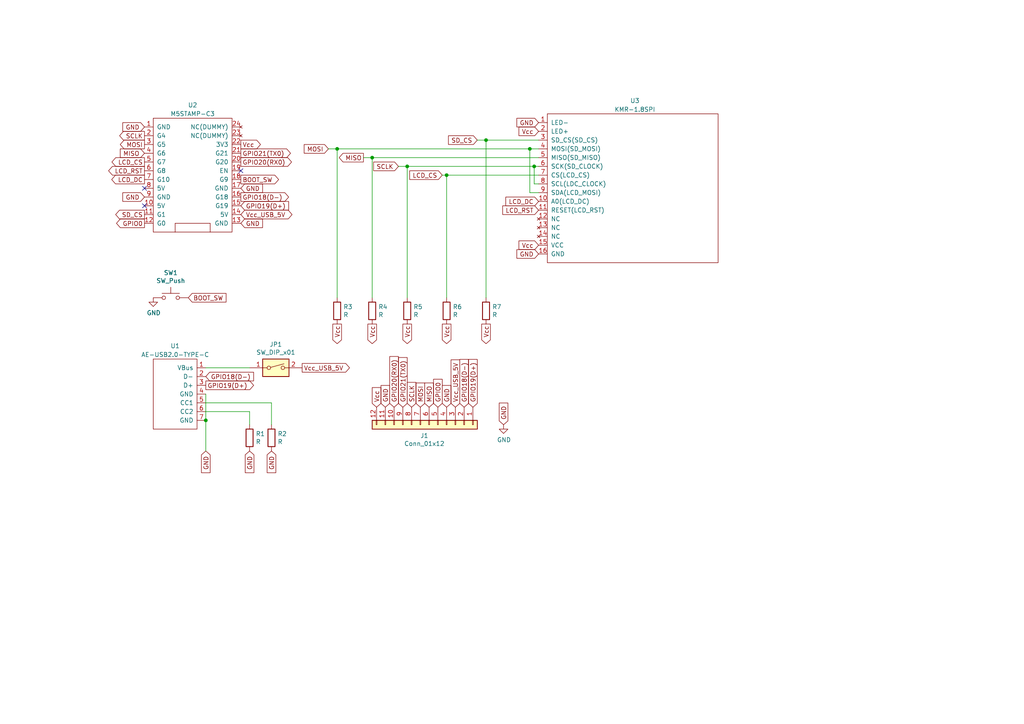
<source format=kicad_sch>
(kicad_sch (version 20211123) (generator eeschema)
  (paper "A4")
  (lib_symbols
    (symbol "Connector_Generic:Conn_01x12" (pin_names (offset 1.016) hide)
      (property "Reference" "J" (at 0 15.24 0))
      (property "Value" "Conn_01x12" (at 0 -17.78 0))
      (symbol "Conn_01x12_1_1"
        (rectangle (start -1.27 -15.113) (end 0 -15.367) (stroke (width 0.1524)))
        (rectangle (start -1.27 -12.573) (end 0 -12.827) (stroke (width 0.1524)))
        (rectangle (start -1.27 -10.033) (end 0 -10.287) (stroke (width 0.1524)))
        (rectangle (start -1.27 -7.493) (end 0 -7.747) (stroke (width 0.1524)))
        (rectangle (start -1.27 -4.953) (end 0 -5.207) (stroke (width 0.1524)))
        (rectangle (start -1.27 -2.413) (end 0 -2.667) (stroke (width 0.1524)))
        (rectangle (start -1.27 0.127) (end 0 -0.127) (stroke (width 0.1524)))
        (rectangle (start -1.27 2.667) (end 0 2.413) (stroke (width 0.1524)))
        (rectangle (start -1.27 5.207) (end 0 4.953) (stroke (width 0.1524)))
        (rectangle (start -1.27 7.747) (end 0 7.493) (stroke (width 0.1524)))
        (rectangle (start -1.27 10.287) (end 0 10.033) (stroke (width 0.1524)))
        (rectangle (start -1.27 12.827) (end 0 12.573) (stroke (width 0.1524)))
        (rectangle (start -1.27 13.97) (end 1.27 -16.51) (stroke (width 0.254)) (fill (type background)))
        (pin passive line (at -5.08 12.7 0) (length 3.81) (name "Pin_1") (number "1"))
        (pin passive line (at -5.08 -10.16 0) (length 3.81) (name "Pin_10") (number "10"))
        (pin passive line (at -5.08 -12.7 0) (length 3.81) (name "Pin_11") (number "11"))
        (pin passive line (at -5.08 -15.24 0) (length 3.81) (name "Pin_12") (number "12"))
        (pin passive line (at -5.08 10.16 0) (length 3.81) (name "Pin_2") (number "2"))
        (pin passive line (at -5.08 7.62 0) (length 3.81) (name "Pin_3") (number "3"))
        (pin passive line (at -5.08 5.08 0) (length 3.81) (name "Pin_4") (number "4"))
        (pin passive line (at -5.08 2.54 0) (length 3.81) (name "Pin_5") (number "5"))
        (pin passive line (at -5.08 0 0) (length 3.81) (name "Pin_6") (number "6"))
        (pin passive line (at -5.08 -2.54 0) (length 3.81) (name "Pin_7") (number "7"))
        (pin passive line (at -5.08 -5.08 0) (length 3.81) (name "Pin_8") (number "8"))
        (pin passive line (at -5.08 -7.62 0) (length 3.81) (name "Pin_9") (number "9"))
      )
    )
    (symbol "Device:R" (pin_numbers hide) (pin_names (offset 0))
      (property "Reference" "R" (at 2.032 0 90))
      (property "Value" "R" (at 0 0 90))
      (symbol "R_0_1"
        (rectangle (start -1.016 -2.54) (end 1.016 2.54) (stroke (width 0.254)))
      )
      (symbol "R_1_1"
        (pin passive line (at 0 3.81 270) (length 1.27) (name "~") (number "1"))
        (pin passive line (at 0 -3.81 90) (length 1.27) (name "~") (number "2"))
      )
    )
    (symbol "Switch:SW_DIP_x01" (pin_names (offset 0) hide)
      (property "Reference" "SW" (at 0 3.81 0))
      (property "Value" "SW_DIP_x01" (at 0 -3.81 0))
      (symbol "SW_DIP_x01_0_0"
        (circle (center -2.032 0) (radius 0.508))
        (polyline (pts (xy -1.524 0.127) (xy 2.3622 1.1684)))
        (circle (center 2.032 0) (radius 0.508))
      )
      (symbol "SW_DIP_x01_0_1"
        (rectangle (start -3.81 2.54) (end 3.81 -2.54) (stroke (width 0.254)) (fill (type background)))
      )
      (symbol "SW_DIP_x01_1_1"
        (pin passive line (at -7.62 0 0) (length 5.08) (name "~") (number "1"))
        (pin passive line (at 7.62 0 180) (length 5.08) (name "~") (number "2"))
      )
    )
    (symbol "Switch:SW_Push" (pin_numbers hide) (pin_names (offset 1.016) hide)
      (property "Reference" "SW" (at 1.27 2.54 0))
      (property "Value" "SW_Push" (at 0 -1.524 0))
      (symbol "SW_Push_0_1"
        (circle (center -2.032 0) (radius 0.508))
        (polyline (pts (xy 0 1.27) (xy 0 3.048)))
        (polyline (pts (xy 2.54 1.27) (xy -2.54 1.27)))
        (circle (center 2.032 0) (radius 0.508))
        (pin passive line (at -5.08 0 0) (length 2.54) (name "1") (number "1"))
        (pin passive line (at 5.08 0 180) (length 2.54) (name "2") (number "2"))
      )
    )
    (symbol "fg-series:AE-USB2.0-TYPE-C" (pin_names (offset 1.016))
      (property "Reference" "U" (at 0 13.97 0))
      (property "Value" "AE-USB2.0-TYPE-C" (at 0 11.43 0))
      (symbol "AE-USB2.0-TYPE-C_0_1"
        (rectangle (start -6.35 10.16) (end 6.35 -10.16))
      )
      (symbol "AE-USB2.0-TYPE-C_1_1"
        (pin power_out line (at 8.89 7.62 180) (length 2.54) (name "VBus") (number "1"))
        (pin output line (at 8.89 5.08 180) (length 2.54) (name "D-") (number "2"))
        (pin output line (at 8.89 2.54 180) (length 2.54) (name "D+") (number "3"))
        (pin power_in line (at 8.89 0 180) (length 2.54) (name "GND") (number "4"))
        (pin output line (at 8.89 -2.54 180) (length 2.54) (name "CC1") (number "5"))
        (pin output line (at 8.89 -5.08 180) (length 2.54) (name "CC2") (number "6"))
        (pin power_in line (at 8.89 -7.62 180) (length 2.54) (name "GND") (number "7"))
      )
    )
    (symbol "fg-series:KMR-1.8SPI" (pin_names (offset 1.016))
      (property "Reference" "U" (at 0 24.13 0))
      (property "Value" "KMR-1.8SPI" (at 0 21.59 0))
      (symbol "KMR-1.8SPI_0_1"
        (rectangle (start -25.4 20.32) (end 24.13 -22.86))
      )
      (symbol "KMR-1.8SPI_1_1"
        (pin input line (at -27.94 17.78 0) (length 2.54) (name "LED-") (number "1"))
        (pin input line (at -27.94 -5.08 0) (length 2.54) (name "A0(LCD_DC)") (number "10"))
        (pin input line (at -27.94 -7.62 0) (length 2.54) (name "RESET(LCD_RST)") (number "11"))
        (pin no_connect line (at -27.94 -10.16 0) (length 2.54) (name "NC") (number "12"))
        (pin no_connect line (at -27.94 -12.7 0) (length 2.54) (name "NC") (number "13"))
        (pin no_connect line (at -27.94 -15.24 0) (length 2.54) (name "NC") (number "14"))
        (pin power_in line (at -27.94 -17.78 0) (length 2.54) (name "VCC") (number "15"))
        (pin power_in line (at -27.94 -20.32 0) (length 2.54) (name "GND") (number "16"))
        (pin input line (at -27.94 15.24 0) (length 2.54) (name "LED+") (number "2"))
        (pin input line (at -27.94 12.7 0) (length 2.54) (name "SD_CS(SD_CS)") (number "3"))
        (pin input line (at -27.94 10.16 0) (length 2.54) (name "MOSI(SD_MOSI)") (number "4"))
        (pin output line (at -27.94 7.62 0) (length 2.54) (name "MISO(SD_MISO)") (number "5"))
        (pin input line (at -27.94 5.08 0) (length 2.54) (name "SCK(SD_CLOCK)") (number "6"))
        (pin input line (at -27.94 2.54 0) (length 2.54) (name "CS(LCD_CS)") (number "7"))
        (pin input line (at -27.94 0 0) (length 2.54) (name "SCL(LDC_CLOCK)") (number "8"))
        (pin input line (at -27.94 -2.54 0) (length 2.54) (name "SDA(LCD_MOSI)") (number "9"))
      )
    )
    (symbol "fg-series:M5STAMP-C3" (pin_names (offset 1.016))
      (property "Reference" "U" (at 0 19.05 0))
      (property "Value" "M5STAMP-C3" (at 0 16.51 0))
      (symbol "M5STAMP-C3_0_1"
        (rectangle (start -11.43 15.24) (end 11.43 -17.78))
        (rectangle (start -5.08 -17.78) (end -5.08 -15.24))
        (rectangle (start 5.08 -15.24) (end -5.08 -15.24))
        (rectangle (start 5.08 -15.24) (end 5.08 -17.78))
      )
      (symbol "M5STAMP-C3_1_1"
        (pin input line (at -13.97 12.7 0) (length 2.54) (name "GND") (number "1"))
        (pin power_in line (at -13.97 -10.16 0) (length 2.54) (name "5V") (number "10"))
        (pin bidirectional line (at -13.97 -12.7 0) (length 2.54) (name "G1") (number "11"))
        (pin bidirectional line (at -13.97 -15.24 0) (length 2.54) (name "G0") (number "12"))
        (pin power_out line (at 13.97 -15.24 180) (length 2.54) (name "GND") (number "13"))
        (pin power_out line (at 13.97 -12.7 180) (length 2.54) (name "5V") (number "14"))
        (pin bidirectional line (at 13.97 -10.16 180) (length 2.54) (name "G19") (number "15"))
        (pin bidirectional line (at 13.97 -7.62 180) (length 2.54) (name "G18") (number "16"))
        (pin power_in line (at 13.97 -5.08 180) (length 2.54) (name "GND") (number "17"))
        (pin bidirectional line (at 13.97 -2.54 180) (length 2.54) (name "G9") (number "18"))
        (pin input line (at 13.97 0 180) (length 2.54) (name "EN") (number "19"))
        (pin bidirectional line (at -13.97 10.16 0) (length 2.54) (name "G4") (number "2"))
        (pin bidirectional line (at 13.97 2.54 180) (length 2.54) (name "G20") (number "20"))
        (pin bidirectional line (at 13.97 5.08 180) (length 2.54) (name "G21") (number "21"))
        (pin power_out line (at 13.97 7.62 180) (length 2.54) (name "3V3") (number "22"))
        (pin no_connect line (at 13.97 10.16 180) (length 2.54) (name "NC(DUMMY)") (number "23"))
        (pin no_connect line (at 13.97 12.7 180) (length 2.54) (name "NC(DUMMY)") (number "24"))
        (pin bidirectional line (at -13.97 7.62 0) (length 2.54) (name "G5") (number "3"))
        (pin bidirectional line (at -13.97 5.08 0) (length 2.54) (name "G6") (number "4"))
        (pin bidirectional line (at -13.97 2.54 0) (length 2.54) (name "G7") (number "5"))
        (pin bidirectional line (at -13.97 0 0) (length 2.54) (name "G8") (number "6"))
        (pin bidirectional line (at -13.97 -2.54 0) (length 2.54) (name "G10") (number "7"))
        (pin power_out line (at -13.97 -5.08 0) (length 2.54) (name "5V") (number "8"))
        (pin power_in line (at -13.97 -7.62 0) (length 2.54) (name "GND") (number "9"))
      )
    )
    (symbol "power:GND" (power) (pin_names (offset 0))
      (property "Value" "GND" (at 0 -3.81 0))
      (symbol "GND_0_1"
        (polyline (pts (xy 0 0) (xy 0 -1.27) (xy 1.27 -1.27) (xy 0 -2.54) (xy -1.27 -1.27) (xy 0 -1.27)))
      )
      (symbol "GND_1_1"
        (pin power_in line (at 0 0 270) (length 0) hide (name "GND") (number "1"))
      )
    )
  )
  (junction (at 140.97 40.64))
  (junction (at 59.69 121.92))
  (junction (at 153.67 43.18))
  (junction (at 154.94 48.26))
  (junction (at 118.11 48.26))
  (junction (at 129.54 50.8))
  (junction (at 107.95 45.72))
  (junction (at 97.79 43.18))
  (no_connect (at 41.91 59.69))
  (no_connect (at 69.85 49.53))
  (no_connect (at 41.91 54.61))
  (wire (pts (xy 154.94 48.26) (xy 156.21 48.26)))
  (wire (pts (xy 129.54 50.8) (xy 156.21 50.8)))
  (wire (pts (xy 59.69 116.84) (xy 78.74 116.84)))
  (wire (pts (xy 154.94 48.26) (xy 154.94 53.34)))
  (wire (pts (xy 59.69 121.92) (xy 59.69 130.81)))
  (wire (pts (xy 140.97 40.64) (xy 156.21 40.64)))
  (wire (pts (xy 72.39 119.38) (xy 72.39 123.19)))
  (wire (pts (xy 95.25 43.18) (xy 97.79 43.18)))
  (wire (pts (xy 97.79 43.18) (xy 153.67 43.18)))
  (wire (pts (xy 118.11 48.26) (xy 154.94 48.26)))
  (wire (pts (xy 105.41 45.72) (xy 107.95 45.72)))
  (wire (pts (xy 107.95 45.72) (xy 107.95 86.36)))
  (wire (pts (xy 154.94 53.34) (xy 156.21 53.34)))
  (wire (pts (xy 129.54 50.8) (xy 128.27 50.8)))
  (wire (pts (xy 107.95 45.72) (xy 156.21 45.72)))
  (wire (pts (xy 118.11 48.26) (xy 118.11 86.36)))
  (wire (pts (xy 78.74 116.84) (xy 78.74 123.19)))
  (wire (pts (xy 140.97 86.36) (xy 140.97 40.64)))
  (wire (pts (xy 153.67 43.18) (xy 153.67 55.88)))
  (wire (pts (xy 59.69 119.38) (xy 72.39 119.38)))
  (wire (pts (xy 59.69 114.3) (xy 59.69 121.92)))
  (wire (pts (xy 156.21 43.18) (xy 153.67 43.18)))
  (wire (pts (xy 153.67 55.88) (xy 156.21 55.88)))
  (wire (pts (xy 97.79 86.36) (xy 97.79 43.18)))
  (wire (pts (xy 59.69 106.68) (xy 72.39 106.68)))
  (wire (pts (xy 129.54 50.8) (xy 129.54 86.36)))
  (wire (pts (xy 115.57 48.26) (xy 118.11 48.26)))
  (wire (pts (xy 138.43 40.64) (xy 140.97 40.64)))
  (global_label "GND" (shape input) (at 156.21 73.66 180) (property "シート間のリファレンス" "${INTERSHEET_REFS}" (effects hide)))
  (global_label "GND" (shape input) (at 69.85 54.61 0) (property "シート間のリファレンス" "${INTERSHEET_REFS}" (effects hide)))
  (global_label "SD_CS" (shape output) (at 41.91 62.23 180) (property "シート間のリファレンス" "${INTERSHEET_REFS}" (effects hide)))
  (global_label "GND" (shape input) (at 129.54 118.11 90) (property "シート間のリファレンス" "${INTERSHEET_REFS}" (effects hide)))
  (global_label "Vcc" (shape input) (at 109.22 118.11 90) (property "シート間のリファレンス" "${INTERSHEET_REFS}" (effects hide)))
  (global_label "Vcc_USB_5V" (shape input) (at 132.08 118.11 90) (property "シート間のリファレンス" "${INTERSHEET_REFS}" (effects hide)))
  (global_label "LCD_CS" (shape output) (at 41.91 46.99 180) (property "シート間のリファレンス" "${INTERSHEET_REFS}" (effects hide)))
  (global_label "MOSI" (shape input) (at 121.92 118.11 90) (property "シート間のリファレンス" "${INTERSHEET_REFS}" (effects hide)))
  (global_label "LCD_DC" (shape input) (at 156.21 58.42 180) (property "シート間のリファレンス" "${INTERSHEET_REFS}" (effects hide)))
  (global_label "MOSI" (shape output) (at 41.91 41.91 180) (property "シート間のリファレンス" "${INTERSHEET_REFS}" (effects hide)))
  (global_label "Vcc" (shape output) (at 107.95 93.98 270) (property "シート間のリファレンス" "${INTERSHEET_REFS}" (effects hide)))
  (global_label "Vcc" (shape output) (at 140.97 93.98 270) (property "シート間のリファレンス" "${INTERSHEET_REFS}" (effects hide)))
  (global_label "SCLK" (shape input) (at 115.57 48.26 180) (property "シート間のリファレンス" "${INTERSHEET_REFS}" (effects hide)))
  (global_label "GPIO18(D-)" (shape input) (at 59.69 109.22 0) (property "シート間のリファレンス" "${INTERSHEET_REFS}" (effects hide)))
  (global_label "GPIO19(D+)" (shape input) (at 137.16 118.11 90) (property "シート間のリファレンス" "${INTERSHEET_REFS}" (effects hide)))
  (global_label "LCD_DC" (shape output) (at 41.91 52.07 180) (property "シート間のリファレンス" "${INTERSHEET_REFS}" (effects hide)))
  (global_label "GPIO0" (shape output) (at 41.91 64.77 180) (property "シート間のリファレンス" "${INTERSHEET_REFS}" (effects hide)))
  (global_label "BOOT_SW" (shape input) (at 54.61 86.36 0) (property "シート間のリファレンス" "${INTERSHEET_REFS}" (effects hide)))
  (global_label "Vcc" (shape output) (at 118.11 93.98 270) (property "シート間のリファレンス" "${INTERSHEET_REFS}" (effects hide)))
  (global_label "LCD_RST" (shape output) (at 41.91 49.53 180) (property "シート間のリファレンス" "${INTERSHEET_REFS}" (effects hide)))
  (global_label "GPIO18(D-)" (shape output) (at 69.85 57.15 0) (property "シート間のリファレンス" "${INTERSHEET_REFS}" (effects hide)))
  (global_label "SCLK" (shape input) (at 119.38 118.11 90) (property "シート間のリファレンス" "${INTERSHEET_REFS}" (effects hide)))
  (global_label "LCD_RST" (shape input) (at 156.21 60.96 180) (property "シート間のリファレンス" "${INTERSHEET_REFS}" (effects hide)))
  (global_label "GND" (shape input) (at 156.21 35.56 180) (property "シート間のリファレンス" "${INTERSHEET_REFS}" (effects hide)))
  (global_label "GND" (shape input) (at 41.91 57.15 180) (property "シート間のリファレンス" "${INTERSHEET_REFS}" (effects hide)))
  (global_label "GND" (shape input) (at 111.76 118.11 90) (property "シート間のリファレンス" "${INTERSHEET_REFS}" (effects hide)))
  (global_label "GND" (shape input) (at 146.05 123.19 90) (property "シート間のリファレンス" "${INTERSHEET_REFS}" (effects hide)))
  (global_label "Vcc_USB_5V" (shape bidirectional) (at 69.85 62.23 0) (property "シート間のリファレンス" "${INTERSHEET_REFS}" (effects hide)))
  (global_label "BOOT_SW" (shape output) (at 69.85 52.07 0) (property "シート間のリファレンス" "${INTERSHEET_REFS}" (effects hide)))
  (global_label "MISO" (shape input) (at 124.46 118.11 90) (property "シート間のリファレンス" "${INTERSHEET_REFS}" (effects hide)))
  (global_label "GPIO20(RX0)" (shape input) (at 114.3 118.11 90) (property "シート間のリファレンス" "${INTERSHEET_REFS}" (effects hide)))
  (global_label "GPIO18(D-)" (shape input) (at 134.62 118.11 90) (property "シート間のリファレンス" "${INTERSHEET_REFS}" (effects hide)))
  (global_label "GPIO21(TX0)" (shape output) (at 69.85 44.45 0) (property "シート間のリファレンス" "${INTERSHEET_REFS}" (effects hide)))
  (global_label "GPIO19(D+)" (shape output) (at 59.69 111.76 0) (property "シート間のリファレンス" "${INTERSHEET_REFS}" (effects hide)))
  (global_label "Vcc" (shape output) (at 97.79 93.98 270) (property "シート間のリファレンス" "${INTERSHEET_REFS}" (effects hide)))
  (global_label "GND" (shape input) (at 72.39 130.81 270) (property "シート間のリファレンス" "${INTERSHEET_REFS}" (effects hide)))
  (global_label "Vcc_USB_5V" (shape output) (at 87.63 106.68 0) (property "シート間のリファレンス" "${INTERSHEET_REFS}" (effects hide)))
  (global_label "MOSI" (shape input) (at 95.25 43.18 180) (property "シート間のリファレンス" "${INTERSHEET_REFS}" (effects hide)))
  (global_label "Vcc" (shape input) (at 156.21 71.12 180) (property "シート間のリファレンス" "${INTERSHEET_REFS}" (effects hide)))
  (global_label "GND" (shape input) (at 69.85 64.77 0) (property "シート間のリファレンス" "${INTERSHEET_REFS}" (effects hide)))
  (global_label "Vcc" (shape input) (at 156.21 38.1 180) (property "シート間のリファレンス" "${INTERSHEET_REFS}" (effects hide)))
  (global_label "GPIO21(TX0)" (shape input) (at 116.84 118.11 90) (property "シート間のリファレンス" "${INTERSHEET_REFS}" (effects hide)))
  (global_label "SCLK" (shape output) (at 41.91 39.37 180) (property "シート間のリファレンス" "${INTERSHEET_REFS}" (effects hide)))
  (global_label "Vcc" (shape output) (at 69.85 41.91 0) (property "シート間のリファレンス" "${INTERSHEET_REFS}" (effects hide)))
  (global_label "GND" (shape input) (at 78.74 130.81 270) (property "シート間のリファレンス" "${INTERSHEET_REFS}" (effects hide)))
  (global_label "MISO" (shape input) (at 41.91 44.45 180) (property "シート間のリファレンス" "${INTERSHEET_REFS}" (effects hide)))
  (global_label "GPIO20(RX0)" (shape output) (at 69.85 46.99 0) (property "シート間のリファレンス" "${INTERSHEET_REFS}" (effects hide)))
  (global_label "GPIO19(D+)" (shape input) (at 69.85 59.69 0) (property "シート間のリファレンス" "${INTERSHEET_REFS}" (effects hide)))
  (global_label "SD_CS" (shape input) (at 138.43 40.64 180) (property "シート間のリファレンス" "${INTERSHEET_REFS}" (effects hide)))
  (global_label "Vcc" (shape output) (at 129.54 93.98 270) (property "シート間のリファレンス" "${INTERSHEET_REFS}" (effects hide)))
  (global_label "GND" (shape input) (at 41.91 36.83 180) (property "シート間のリファレンス" "${INTERSHEET_REFS}" (effects hide)))
  (global_label "GND" (shape input) (at 59.69 130.81 270) (property "シート間のリファレンス" "${INTERSHEET_REFS}" (effects hide)))
  (global_label "LCD_CS" (shape input) (at 128.27 50.8 180) (property "シート間のリファレンス" "${INTERSHEET_REFS}" (effects hide)))
  (global_label "MISO" (shape output) (at 105.41 45.72 180) (property "シート間のリファレンス" "${INTERSHEET_REFS}" (effects hide)))
  (global_label "GPIO0" (shape input) (at 127 118.11 90) (property "シート間のリファレンス" "${INTERSHEET_REFS}" (effects hide)))
  (symbol (lib_id "fg-series:AE-USB2.0-TYPE-C") (at 50.8 114.3 0) (unit 1)
    (property "Reference" "U1" (at 50.8 100.33 0))
    (property "Value" "AE-USB2.0-TYPE-C" (at 50.8 102.87 0))
    (property "Footprint" "fg-series:AE-USB2.0-TYPE-C" (effects hide))
  )
  (symbol (lib_id "fg-series:M5STAMP-C3") (at 55.88 49.53 0) (unit 1)
    (property "Reference" "U2" (at 55.88 30.48 0))
    (property "Value" "M5STAMP-C3" (at 55.88 33.02 0))
    (property "Footprint" "fg-series:M5STAMP-C3" (effects hide))
  )
  (symbol (lib_id "Device:R") (at 129.54 90.17 0) (unit 1)
    (property "Reference" "R6" (at 131.318 89.0016 0) (effects (justify left)))
    (property "Value" "R" (at 131.318 91.313 0) (effects (justify left)))
    (property "Footprint" "Resistor_THT:R_Axial_DIN0207_L6.3mm_D2.5mm_P7.62mm_Horizontal" (effects hide))
  )
  (symbol (lib_id "Device:R") (at 72.39 127 0) (unit 1)
    (property "Reference" "R1" (at 74.168 125.8316 0) (effects (justify left)))
    (property "Value" "R" (at 74.168 128.143 0) (effects (justify left)))
    (property "Footprint" "Resistor_THT:R_Axial_DIN0207_L6.3mm_D2.5mm_P7.62mm_Horizontal" (effects hide))
  )
  (symbol (lib_id "Device:R") (at 78.74 127 0) (unit 1)
    (property "Reference" "R2" (at 80.518 125.8316 0) (effects (justify left)))
    (property "Value" "R" (at 80.518 128.143 0) (effects (justify left)))
    (property "Footprint" "Resistor_THT:R_Axial_DIN0207_L6.3mm_D2.5mm_P7.62mm_Horizontal" (effects hide))
  )
  (symbol (lib_id "Device:R") (at 107.95 90.17 0) (unit 1)
    (property "Reference" "R4" (at 109.728 89.0016 0) (effects (justify left)))
    (property "Value" "R" (at 109.728 91.313 0) (effects (justify left)))
    (property "Footprint" "Resistor_THT:R_Axial_DIN0207_L6.3mm_D2.5mm_P7.62mm_Horizontal" (effects hide))
  )
  (symbol (lib_id "Switch:SW_DIP_x01") (at 80.01 106.68 0) (unit 1)
    (property "Reference" "JP1" (at 80.01 99.8982 0))
    (property "Value" "SW_DIP_x01" (at 80.01 102.2096 0))
    (property "Footprint" "Connector_PinHeader_2.54mm:PinHeader_1x02_P2.54mm_Vertical" (effects hide))
  )
  (symbol (lib_id "Device:R") (at 140.97 90.17 0) (unit 1)
    (property "Reference" "R7" (at 142.748 89.0016 0) (effects (justify left)))
    (property "Value" "R" (at 142.748 91.313 0) (effects (justify left)))
    (property "Footprint" "Resistor_THT:R_Axial_DIN0207_L6.3mm_D2.5mm_P7.62mm_Horizontal" (effects hide))
  )
  (symbol (lib_id "Switch:SW_Push") (at 49.53 86.36 0) (unit 1)
    (property "Reference" "SW1" (at 49.53 79.121 0))
    (property "Value" "SW_Push" (at 49.53 81.4324 0))
    (property "Footprint" "Button_Switch_THT:SW_PUSH_6mm" (effects hide))
  )
  (symbol (lib_id "Connector_Generic:Conn_01x12") (at 124.46 123.19 270) (unit 1)
    (property "Reference" "J1" (at 123.0884 126.365 90))
    (property "Value" "Conn_01x12" (at 123.0884 128.6764 90))
    (property "Footprint" "Connector_PinHeader_2.54mm:PinHeader_1x12_P2.54mm_Vertical" (effects hide))
  )
  (symbol (lib_id "Device:R") (at 97.79 90.17 0) (unit 1)
    (property "Reference" "R3" (at 99.568 89.0016 0) (effects (justify left)))
    (property "Value" "R" (at 99.568 91.313 0) (effects (justify left)))
    (property "Footprint" "Resistor_THT:R_Axial_DIN0207_L6.3mm_D2.5mm_P7.62mm_Horizontal" (effects hide))
  )
  (symbol (lib_id "fg-series:KMR-1.8SPI") (at 184.15 53.34 0) (unit 1)
    (property "Reference" "U3" (at 184.15 29.21 0))
    (property "Value" "KMR-1.8SPI" (at 184.15 31.75 0))
    (property "Footprint" "fg-series:KMR-1.8SPI" (effects hide))
  )
  (symbol (lib_id "Device:R") (at 118.11 90.17 0) (unit 1)
    (property "Reference" "R5" (at 119.888 89.0016 0) (effects (justify left)))
    (property "Value" "R" (at 119.888 91.313 0) (effects (justify left)))
    (property "Footprint" "Resistor_THT:R_Axial_DIN0207_L6.3mm_D2.5mm_P7.62mm_Horizontal" (effects hide))
  )
  (symbol (lib_id "power:GND") (at 44.45 86.36 0) (unit 1)
    (property "Reference" "#PWR01" (effects hide))
    (property "Value" "GND" (at 44.577 90.7542 0))
  )
  (symbol (lib_id "power:GND") (at 146.05 123.19 0) (unit 1)
    (property "Reference" "#PWR02" (effects hide))
    (property "Value" "GND" (at 146.177 127.5842 0))
  )
)
</source>
